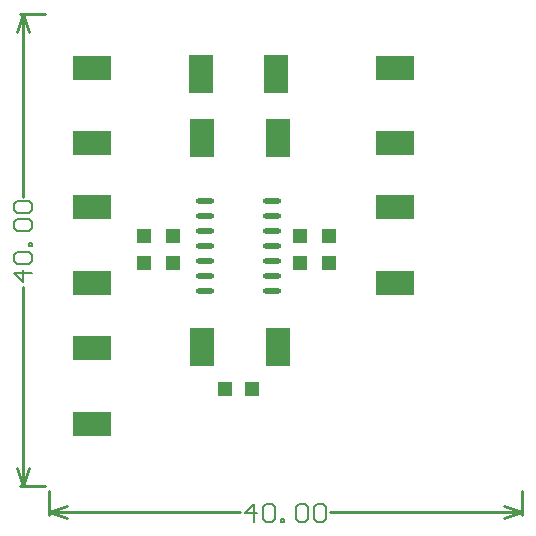
<source format=gtp>
G04*
G04 #@! TF.GenerationSoftware,Altium Limited,Altium Designer,22.1.2 (22)*
G04*
G04 Layer_Color=8421504*
%FSLAX24Y24*%
%MOIN*%
G70*
G04*
G04 #@! TF.SameCoordinates,7AB658FE-4F4A-440D-9AF7-89D71A904C7E*
G04*
G04*
G04 #@! TF.FilePolarity,Positive*
G04*
G01*
G75*
%ADD11C,0.0100*%
%ADD13C,0.0060*%
%ADD16R,0.0500X0.0500*%
%ADD17R,0.1260X0.0800*%
%ADD18R,0.0800X0.1260*%
%ADD19O,0.0630X0.0177*%
%ADD20R,0.0500X0.0500*%
D11*
X-900Y15748D02*
X-700Y15148D01*
X-1100D02*
X-900Y15748D01*
X-1100Y600D02*
X-900Y0D01*
X-700Y600D01*
X-900Y9660D02*
Y15748D01*
Y0D02*
Y6640D01*
X-1000Y15748D02*
X-170D01*
X-1000Y0D02*
X-170D01*
X-20Y-850D02*
X580Y-650D01*
X-20Y-850D02*
X580Y-1050D01*
X15128D02*
X15728Y-850D01*
X15128Y-650D02*
X15728Y-850D01*
X-20D02*
X6340D01*
X9360D02*
X15728D01*
X-20Y-950D02*
Y-150D01*
X15728Y-950D02*
Y-150D01*
D13*
X-600Y7100D02*
X-1200D01*
X-900Y6800D01*
Y7200D01*
X-1100Y7400D02*
X-1200Y7500D01*
Y7700D01*
X-1100Y7800D01*
X-700D01*
X-600Y7700D01*
Y7500D01*
X-700Y7400D01*
X-1100D01*
X-600Y8000D02*
X-700D01*
Y8100D01*
X-600D01*
Y8000D01*
X-1100Y8500D02*
X-1200Y8600D01*
Y8800D01*
X-1100Y8900D01*
X-700D01*
X-600Y8800D01*
Y8600D01*
X-700Y8500D01*
X-1100D01*
Y9100D02*
X-1200Y9200D01*
Y9400D01*
X-1100Y9500D01*
X-700D01*
X-600Y9400D01*
Y9200D01*
X-700Y9100D01*
X-1100D01*
X6800Y-1200D02*
Y-600D01*
X6500Y-900D01*
X6900D01*
X7100Y-700D02*
X7200Y-600D01*
X7400D01*
X7500Y-700D01*
Y-1100D01*
X7400Y-1200D01*
X7200D01*
X7100Y-1100D01*
Y-700D01*
X7700Y-1200D02*
Y-1100D01*
X7800D01*
Y-1200D01*
X7700D01*
X8200Y-700D02*
X8300Y-600D01*
X8500D01*
X8600Y-700D01*
Y-1100D01*
X8500Y-1200D01*
X8300D01*
X8200Y-1100D01*
Y-700D01*
X8800D02*
X8900Y-600D01*
X9100D01*
X9200Y-700D01*
Y-1100D01*
X9100Y-1200D01*
X8900D01*
X8800Y-1100D01*
Y-700D01*
D16*
X5850Y3250D02*
D03*
X6750D02*
D03*
D17*
X1400Y2090D02*
D03*
X1400Y4610D02*
D03*
X1400Y13960D02*
D03*
X1400Y11440D02*
D03*
X11500Y13960D02*
D03*
X11500Y11440D02*
D03*
X11500Y6780D02*
D03*
X11500Y9300D02*
D03*
X1400Y6780D02*
D03*
X1400Y9300D02*
D03*
D18*
X5090Y4650D02*
D03*
X7610Y4650D02*
D03*
X7560Y13750D02*
D03*
X5040Y13750D02*
D03*
X7610Y11600D02*
D03*
X5090Y11600D02*
D03*
D19*
X5180Y9500D02*
D03*
Y9000D02*
D03*
Y8500D02*
D03*
Y8000D02*
D03*
Y7500D02*
D03*
Y7000D02*
D03*
Y6500D02*
D03*
X7400Y6500D02*
D03*
Y9500D02*
D03*
Y9000D02*
D03*
Y8500D02*
D03*
Y8000D02*
D03*
Y7500D02*
D03*
Y7000D02*
D03*
D20*
X9300Y8350D02*
D03*
Y7450D02*
D03*
X8350Y8350D02*
D03*
Y7450D02*
D03*
X4100D02*
D03*
Y8350D02*
D03*
X3150Y7450D02*
D03*
Y8350D02*
D03*
M02*

</source>
